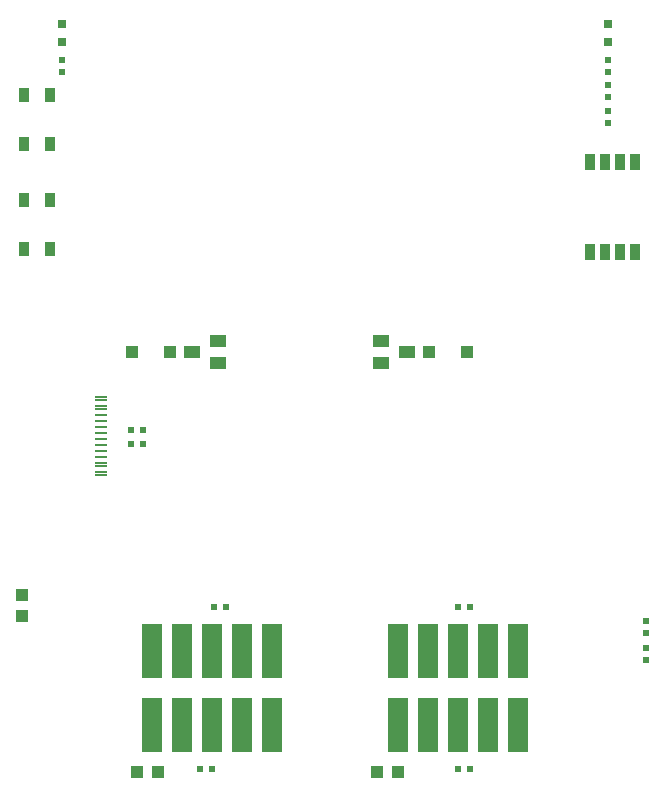
<source format=gbr>
G04 #@! TF.GenerationSoftware,KiCad,Pcbnew,5.1.0-rc2-unknown-036be7d~80~ubuntu16.04.1*
G04 #@! TF.CreationDate,2022-06-17T14:25:57+03:00*
G04 #@! TF.ProjectId,RT1010Py-DevKit_RevB,52543130-3130-4507-992d-4465764b6974,B*
G04 #@! TF.SameCoordinates,Original*
G04 #@! TF.FileFunction,Paste,Top*
G04 #@! TF.FilePolarity,Positive*
%FSLAX46Y46*%
G04 Gerber Fmt 4.6, Leading zero omitted, Abs format (unit mm)*
G04 Created by KiCad (PCBNEW 5.1.0-rc2-unknown-036be7d~80~ubuntu16.04.1) date 2022-06-17 14:25:57*
%MOMM*%
%LPD*%
G04 APERTURE LIST*
%ADD10R,0.500000X0.550000*%
%ADD11C,1.700000*%
%ADD12C,0.100000*%
%ADD13R,0.550000X0.500000*%
%ADD14R,0.800000X0.800000*%
%ADD15R,1.098400X1.098400*%
%ADD16R,1.016000X1.016000*%
%ADD17R,0.960000X1.470000*%
%ADD18R,1.400000X1.000000*%
%ADD19R,1.130000X0.230000*%
%ADD20R,1.130000X0.280000*%
%ADD21R,0.904000X1.304000*%
G04 APERTURE END LIST*
D10*
X108458000Y-117729000D03*
X107442000Y-117729000D03*
D11*
X102362000Y-127712000D03*
D12*
G36*
X101512000Y-129987000D02*
G01*
X101512000Y-125437000D01*
X103212000Y-125437000D01*
X103212000Y-129987000D01*
X101512000Y-129987000D01*
X101512000Y-129987000D01*
G37*
D11*
X104902000Y-127712000D03*
D12*
G36*
X104052000Y-129987000D02*
G01*
X104052000Y-125437000D01*
X105752000Y-125437000D01*
X105752000Y-129987000D01*
X104052000Y-129987000D01*
X104052000Y-129987000D01*
G37*
D11*
X107442000Y-127712000D03*
D12*
G36*
X106592000Y-129987000D02*
G01*
X106592000Y-125437000D01*
X108292000Y-125437000D01*
X108292000Y-129987000D01*
X106592000Y-129987000D01*
X106592000Y-129987000D01*
G37*
D11*
X109982000Y-127712000D03*
D12*
G36*
X109132000Y-129987000D02*
G01*
X109132000Y-125437000D01*
X110832000Y-125437000D01*
X110832000Y-129987000D01*
X109132000Y-129987000D01*
X109132000Y-129987000D01*
G37*
D11*
X112522000Y-127712000D03*
D12*
G36*
X111672000Y-129987000D02*
G01*
X111672000Y-125437000D01*
X113372000Y-125437000D01*
X113372000Y-129987000D01*
X111672000Y-129987000D01*
X111672000Y-129987000D01*
G37*
D11*
X112522000Y-121462000D03*
D12*
G36*
X111672000Y-123737000D02*
G01*
X111672000Y-119187000D01*
X113372000Y-119187000D01*
X113372000Y-123737000D01*
X111672000Y-123737000D01*
X111672000Y-123737000D01*
G37*
D11*
X109982000Y-121462000D03*
D12*
G36*
X109132000Y-123737000D02*
G01*
X109132000Y-119187000D01*
X110832000Y-119187000D01*
X110832000Y-123737000D01*
X109132000Y-123737000D01*
X109132000Y-123737000D01*
G37*
D11*
X102362000Y-121462000D03*
D12*
G36*
X101512000Y-123737000D02*
G01*
X101512000Y-119187000D01*
X103212000Y-119187000D01*
X103212000Y-123737000D01*
X101512000Y-123737000D01*
X101512000Y-123737000D01*
G37*
D11*
X104902000Y-121462000D03*
D12*
G36*
X104052000Y-123737000D02*
G01*
X104052000Y-119187000D01*
X105752000Y-119187000D01*
X105752000Y-123737000D01*
X104052000Y-123737000D01*
X104052000Y-123737000D01*
G37*
D11*
X107442000Y-121462000D03*
D12*
G36*
X106592000Y-123737000D02*
G01*
X106592000Y-119187000D01*
X108292000Y-119187000D01*
X108292000Y-123737000D01*
X106592000Y-123737000D01*
X106592000Y-123737000D01*
G37*
D11*
X81534000Y-127712000D03*
D12*
G36*
X80684000Y-129987000D02*
G01*
X80684000Y-125437000D01*
X82384000Y-125437000D01*
X82384000Y-129987000D01*
X80684000Y-129987000D01*
X80684000Y-129987000D01*
G37*
D11*
X84074000Y-127712000D03*
D12*
G36*
X83224000Y-129987000D02*
G01*
X83224000Y-125437000D01*
X84924000Y-125437000D01*
X84924000Y-129987000D01*
X83224000Y-129987000D01*
X83224000Y-129987000D01*
G37*
D11*
X86614000Y-127712000D03*
D12*
G36*
X85764000Y-129987000D02*
G01*
X85764000Y-125437000D01*
X87464000Y-125437000D01*
X87464000Y-129987000D01*
X85764000Y-129987000D01*
X85764000Y-129987000D01*
G37*
D11*
X89154000Y-127712000D03*
D12*
G36*
X88304000Y-129987000D02*
G01*
X88304000Y-125437000D01*
X90004000Y-125437000D01*
X90004000Y-129987000D01*
X88304000Y-129987000D01*
X88304000Y-129987000D01*
G37*
D11*
X91694000Y-127712000D03*
D12*
G36*
X90844000Y-129987000D02*
G01*
X90844000Y-125437000D01*
X92544000Y-125437000D01*
X92544000Y-129987000D01*
X90844000Y-129987000D01*
X90844000Y-129987000D01*
G37*
D11*
X91694000Y-121462000D03*
D12*
G36*
X90844000Y-123737000D02*
G01*
X90844000Y-119187000D01*
X92544000Y-119187000D01*
X92544000Y-123737000D01*
X90844000Y-123737000D01*
X90844000Y-123737000D01*
G37*
D11*
X89154000Y-121462000D03*
D12*
G36*
X88304000Y-123737000D02*
G01*
X88304000Y-119187000D01*
X90004000Y-119187000D01*
X90004000Y-123737000D01*
X88304000Y-123737000D01*
X88304000Y-123737000D01*
G37*
D11*
X81534000Y-121462000D03*
D12*
G36*
X80684000Y-123737000D02*
G01*
X80684000Y-119187000D01*
X82384000Y-119187000D01*
X82384000Y-123737000D01*
X80684000Y-123737000D01*
X80684000Y-123737000D01*
G37*
D11*
X84074000Y-121462000D03*
D12*
G36*
X83224000Y-123737000D02*
G01*
X83224000Y-119187000D01*
X84924000Y-119187000D01*
X84924000Y-123737000D01*
X83224000Y-123737000D01*
X83224000Y-123737000D01*
G37*
D11*
X86614000Y-121462000D03*
D12*
G36*
X85764000Y-123737000D02*
G01*
X85764000Y-119187000D01*
X87464000Y-119187000D01*
X87464000Y-123737000D01*
X85764000Y-123737000D01*
X85764000Y-123737000D01*
G37*
D13*
X123317000Y-122174000D03*
X123317000Y-121158000D03*
X123317000Y-118872000D03*
X123317000Y-119888000D03*
X120142000Y-71374000D03*
X120142000Y-72390000D03*
X73914000Y-71374000D03*
X73914000Y-72390000D03*
D14*
X120142000Y-69850000D03*
X120142000Y-68326000D03*
X73914000Y-69850000D03*
X73914000Y-68326000D03*
D15*
X104918000Y-96139000D03*
X108188000Y-96139000D03*
X83042000Y-96139000D03*
X79772000Y-96139000D03*
D16*
X70485000Y-118491000D03*
X70485000Y-116713000D03*
X80264000Y-131699000D03*
X82042000Y-131699000D03*
X102362000Y-131699000D03*
X100584000Y-131699000D03*
D13*
X120142000Y-75692000D03*
X120142000Y-76708000D03*
X120142000Y-73533000D03*
X120142000Y-74549000D03*
D10*
X79756000Y-103886000D03*
X80772000Y-103886000D03*
X79756000Y-102743000D03*
X80772000Y-102743000D03*
D17*
X118618000Y-80010000D03*
X119888000Y-80010000D03*
X121158000Y-80010000D03*
X122428000Y-80010000D03*
X122428000Y-87630000D03*
X121158000Y-87630000D03*
X119888000Y-87630000D03*
X118618000Y-87630000D03*
D18*
X87086440Y-97088960D03*
X87086440Y-95186500D03*
X84876640Y-96141540D03*
X100873560Y-95189040D03*
X100873560Y-97091500D03*
X103083360Y-96136460D03*
D19*
X77211000Y-101501000D03*
X77211000Y-102001000D03*
X77211000Y-102501000D03*
X77211000Y-105001000D03*
X77211000Y-103501000D03*
X77211000Y-104501000D03*
X77211000Y-104001000D03*
X77211000Y-103001000D03*
D20*
X77211000Y-100976000D03*
X77211000Y-105526000D03*
X77211000Y-100726000D03*
X77211000Y-105776000D03*
X77211000Y-100176000D03*
X77211000Y-106326000D03*
X77211000Y-99926000D03*
X77211000Y-106576000D03*
D21*
X72830000Y-83269000D03*
X72830000Y-87419000D03*
X70680000Y-83269000D03*
X70680000Y-87419000D03*
X72830000Y-74379000D03*
X72830000Y-78529000D03*
X70680000Y-74379000D03*
X70680000Y-78529000D03*
D10*
X85598000Y-131445000D03*
X86614000Y-131445000D03*
X108458000Y-131445000D03*
X107442000Y-131445000D03*
X87757000Y-117729000D03*
X86741000Y-117729000D03*
M02*

</source>
